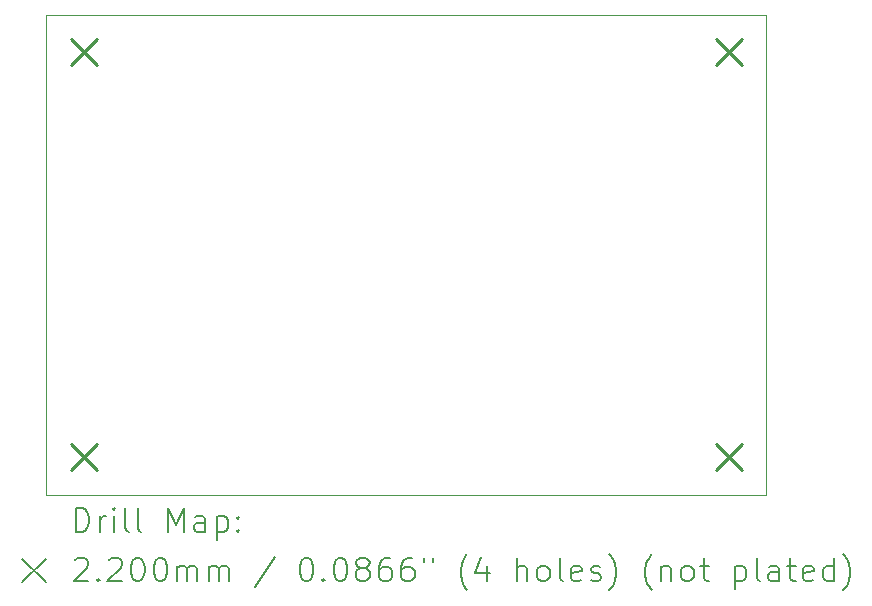
<source format=gbr>
%FSLAX45Y45*%
G04 Gerber Fmt 4.5, Leading zero omitted, Abs format (unit mm)*
G04 Created by KiCad (PCBNEW (6.0.6)) date 2023-05-14 15:30:51*
%MOMM*%
%LPD*%
G01*
G04 APERTURE LIST*
%TA.AperFunction,Profile*%
%ADD10C,0.100000*%
%TD*%
%ADD11C,0.200000*%
%ADD12C,0.220000*%
G04 APERTURE END LIST*
D10*
X10541000Y-6604000D02*
X16637000Y-6604000D01*
X16637000Y-6604000D02*
X16637000Y-10668000D01*
X16637000Y-10668000D02*
X10541000Y-10668000D01*
X10541000Y-10668000D02*
X10541000Y-6604000D01*
D11*
D12*
X10748500Y-6811500D02*
X10968500Y-7031500D01*
X10968500Y-6811500D02*
X10748500Y-7031500D01*
X10748500Y-10240500D02*
X10968500Y-10460500D01*
X10968500Y-10240500D02*
X10748500Y-10460500D01*
X16209500Y-6811500D02*
X16429500Y-7031500D01*
X16429500Y-6811500D02*
X16209500Y-7031500D01*
X16209500Y-10240500D02*
X16429500Y-10460500D01*
X16429500Y-10240500D02*
X16209500Y-10460500D01*
D11*
X10793619Y-10983476D02*
X10793619Y-10783476D01*
X10841238Y-10783476D01*
X10869810Y-10793000D01*
X10888857Y-10812048D01*
X10898381Y-10831095D01*
X10907905Y-10869190D01*
X10907905Y-10897762D01*
X10898381Y-10935857D01*
X10888857Y-10954905D01*
X10869810Y-10973952D01*
X10841238Y-10983476D01*
X10793619Y-10983476D01*
X10993619Y-10983476D02*
X10993619Y-10850143D01*
X10993619Y-10888238D02*
X11003143Y-10869190D01*
X11012667Y-10859667D01*
X11031714Y-10850143D01*
X11050762Y-10850143D01*
X11117429Y-10983476D02*
X11117429Y-10850143D01*
X11117429Y-10783476D02*
X11107905Y-10793000D01*
X11117429Y-10802524D01*
X11126952Y-10793000D01*
X11117429Y-10783476D01*
X11117429Y-10802524D01*
X11241238Y-10983476D02*
X11222190Y-10973952D01*
X11212667Y-10954905D01*
X11212667Y-10783476D01*
X11346000Y-10983476D02*
X11326952Y-10973952D01*
X11317428Y-10954905D01*
X11317428Y-10783476D01*
X11574571Y-10983476D02*
X11574571Y-10783476D01*
X11641238Y-10926333D01*
X11707905Y-10783476D01*
X11707905Y-10983476D01*
X11888857Y-10983476D02*
X11888857Y-10878714D01*
X11879333Y-10859667D01*
X11860286Y-10850143D01*
X11822190Y-10850143D01*
X11803143Y-10859667D01*
X11888857Y-10973952D02*
X11869809Y-10983476D01*
X11822190Y-10983476D01*
X11803143Y-10973952D01*
X11793619Y-10954905D01*
X11793619Y-10935857D01*
X11803143Y-10916810D01*
X11822190Y-10907286D01*
X11869809Y-10907286D01*
X11888857Y-10897762D01*
X11984095Y-10850143D02*
X11984095Y-11050143D01*
X11984095Y-10859667D02*
X12003143Y-10850143D01*
X12041238Y-10850143D01*
X12060286Y-10859667D01*
X12069809Y-10869190D01*
X12079333Y-10888238D01*
X12079333Y-10945381D01*
X12069809Y-10964429D01*
X12060286Y-10973952D01*
X12041238Y-10983476D01*
X12003143Y-10983476D01*
X11984095Y-10973952D01*
X12165048Y-10964429D02*
X12174571Y-10973952D01*
X12165048Y-10983476D01*
X12155524Y-10973952D01*
X12165048Y-10964429D01*
X12165048Y-10983476D01*
X12165048Y-10859667D02*
X12174571Y-10869190D01*
X12165048Y-10878714D01*
X12155524Y-10869190D01*
X12165048Y-10859667D01*
X12165048Y-10878714D01*
X10336000Y-11213000D02*
X10536000Y-11413000D01*
X10536000Y-11213000D02*
X10336000Y-11413000D01*
X10784095Y-11222524D02*
X10793619Y-11213000D01*
X10812667Y-11203476D01*
X10860286Y-11203476D01*
X10879333Y-11213000D01*
X10888857Y-11222524D01*
X10898381Y-11241571D01*
X10898381Y-11260619D01*
X10888857Y-11289190D01*
X10774571Y-11403476D01*
X10898381Y-11403476D01*
X10984095Y-11384428D02*
X10993619Y-11393952D01*
X10984095Y-11403476D01*
X10974571Y-11393952D01*
X10984095Y-11384428D01*
X10984095Y-11403476D01*
X11069810Y-11222524D02*
X11079333Y-11213000D01*
X11098381Y-11203476D01*
X11146000Y-11203476D01*
X11165048Y-11213000D01*
X11174571Y-11222524D01*
X11184095Y-11241571D01*
X11184095Y-11260619D01*
X11174571Y-11289190D01*
X11060286Y-11403476D01*
X11184095Y-11403476D01*
X11307905Y-11203476D02*
X11326952Y-11203476D01*
X11346000Y-11213000D01*
X11355524Y-11222524D01*
X11365048Y-11241571D01*
X11374571Y-11279667D01*
X11374571Y-11327286D01*
X11365048Y-11365381D01*
X11355524Y-11384428D01*
X11346000Y-11393952D01*
X11326952Y-11403476D01*
X11307905Y-11403476D01*
X11288857Y-11393952D01*
X11279333Y-11384428D01*
X11269809Y-11365381D01*
X11260286Y-11327286D01*
X11260286Y-11279667D01*
X11269809Y-11241571D01*
X11279333Y-11222524D01*
X11288857Y-11213000D01*
X11307905Y-11203476D01*
X11498381Y-11203476D02*
X11517428Y-11203476D01*
X11536476Y-11213000D01*
X11546000Y-11222524D01*
X11555524Y-11241571D01*
X11565048Y-11279667D01*
X11565048Y-11327286D01*
X11555524Y-11365381D01*
X11546000Y-11384428D01*
X11536476Y-11393952D01*
X11517428Y-11403476D01*
X11498381Y-11403476D01*
X11479333Y-11393952D01*
X11469809Y-11384428D01*
X11460286Y-11365381D01*
X11450762Y-11327286D01*
X11450762Y-11279667D01*
X11460286Y-11241571D01*
X11469809Y-11222524D01*
X11479333Y-11213000D01*
X11498381Y-11203476D01*
X11650762Y-11403476D02*
X11650762Y-11270143D01*
X11650762Y-11289190D02*
X11660286Y-11279667D01*
X11679333Y-11270143D01*
X11707905Y-11270143D01*
X11726952Y-11279667D01*
X11736476Y-11298714D01*
X11736476Y-11403476D01*
X11736476Y-11298714D02*
X11746000Y-11279667D01*
X11765048Y-11270143D01*
X11793619Y-11270143D01*
X11812667Y-11279667D01*
X11822190Y-11298714D01*
X11822190Y-11403476D01*
X11917428Y-11403476D02*
X11917428Y-11270143D01*
X11917428Y-11289190D02*
X11926952Y-11279667D01*
X11946000Y-11270143D01*
X11974571Y-11270143D01*
X11993619Y-11279667D01*
X12003143Y-11298714D01*
X12003143Y-11403476D01*
X12003143Y-11298714D02*
X12012667Y-11279667D01*
X12031714Y-11270143D01*
X12060286Y-11270143D01*
X12079333Y-11279667D01*
X12088857Y-11298714D01*
X12088857Y-11403476D01*
X12479333Y-11193952D02*
X12307905Y-11451095D01*
X12736476Y-11203476D02*
X12755524Y-11203476D01*
X12774571Y-11213000D01*
X12784095Y-11222524D01*
X12793619Y-11241571D01*
X12803143Y-11279667D01*
X12803143Y-11327286D01*
X12793619Y-11365381D01*
X12784095Y-11384428D01*
X12774571Y-11393952D01*
X12755524Y-11403476D01*
X12736476Y-11403476D01*
X12717428Y-11393952D01*
X12707905Y-11384428D01*
X12698381Y-11365381D01*
X12688857Y-11327286D01*
X12688857Y-11279667D01*
X12698381Y-11241571D01*
X12707905Y-11222524D01*
X12717428Y-11213000D01*
X12736476Y-11203476D01*
X12888857Y-11384428D02*
X12898381Y-11393952D01*
X12888857Y-11403476D01*
X12879333Y-11393952D01*
X12888857Y-11384428D01*
X12888857Y-11403476D01*
X13022190Y-11203476D02*
X13041238Y-11203476D01*
X13060286Y-11213000D01*
X13069809Y-11222524D01*
X13079333Y-11241571D01*
X13088857Y-11279667D01*
X13088857Y-11327286D01*
X13079333Y-11365381D01*
X13069809Y-11384428D01*
X13060286Y-11393952D01*
X13041238Y-11403476D01*
X13022190Y-11403476D01*
X13003143Y-11393952D01*
X12993619Y-11384428D01*
X12984095Y-11365381D01*
X12974571Y-11327286D01*
X12974571Y-11279667D01*
X12984095Y-11241571D01*
X12993619Y-11222524D01*
X13003143Y-11213000D01*
X13022190Y-11203476D01*
X13203143Y-11289190D02*
X13184095Y-11279667D01*
X13174571Y-11270143D01*
X13165048Y-11251095D01*
X13165048Y-11241571D01*
X13174571Y-11222524D01*
X13184095Y-11213000D01*
X13203143Y-11203476D01*
X13241238Y-11203476D01*
X13260286Y-11213000D01*
X13269809Y-11222524D01*
X13279333Y-11241571D01*
X13279333Y-11251095D01*
X13269809Y-11270143D01*
X13260286Y-11279667D01*
X13241238Y-11289190D01*
X13203143Y-11289190D01*
X13184095Y-11298714D01*
X13174571Y-11308238D01*
X13165048Y-11327286D01*
X13165048Y-11365381D01*
X13174571Y-11384428D01*
X13184095Y-11393952D01*
X13203143Y-11403476D01*
X13241238Y-11403476D01*
X13260286Y-11393952D01*
X13269809Y-11384428D01*
X13279333Y-11365381D01*
X13279333Y-11327286D01*
X13269809Y-11308238D01*
X13260286Y-11298714D01*
X13241238Y-11289190D01*
X13450762Y-11203476D02*
X13412667Y-11203476D01*
X13393619Y-11213000D01*
X13384095Y-11222524D01*
X13365048Y-11251095D01*
X13355524Y-11289190D01*
X13355524Y-11365381D01*
X13365048Y-11384428D01*
X13374571Y-11393952D01*
X13393619Y-11403476D01*
X13431714Y-11403476D01*
X13450762Y-11393952D01*
X13460286Y-11384428D01*
X13469809Y-11365381D01*
X13469809Y-11317762D01*
X13460286Y-11298714D01*
X13450762Y-11289190D01*
X13431714Y-11279667D01*
X13393619Y-11279667D01*
X13374571Y-11289190D01*
X13365048Y-11298714D01*
X13355524Y-11317762D01*
X13641238Y-11203476D02*
X13603143Y-11203476D01*
X13584095Y-11213000D01*
X13574571Y-11222524D01*
X13555524Y-11251095D01*
X13546000Y-11289190D01*
X13546000Y-11365381D01*
X13555524Y-11384428D01*
X13565048Y-11393952D01*
X13584095Y-11403476D01*
X13622190Y-11403476D01*
X13641238Y-11393952D01*
X13650762Y-11384428D01*
X13660286Y-11365381D01*
X13660286Y-11317762D01*
X13650762Y-11298714D01*
X13641238Y-11289190D01*
X13622190Y-11279667D01*
X13584095Y-11279667D01*
X13565048Y-11289190D01*
X13555524Y-11298714D01*
X13546000Y-11317762D01*
X13736476Y-11203476D02*
X13736476Y-11241571D01*
X13812667Y-11203476D02*
X13812667Y-11241571D01*
X14107905Y-11479667D02*
X14098381Y-11470143D01*
X14079333Y-11441571D01*
X14069809Y-11422524D01*
X14060286Y-11393952D01*
X14050762Y-11346333D01*
X14050762Y-11308238D01*
X14060286Y-11260619D01*
X14069809Y-11232048D01*
X14079333Y-11213000D01*
X14098381Y-11184429D01*
X14107905Y-11174905D01*
X14269809Y-11270143D02*
X14269809Y-11403476D01*
X14222190Y-11193952D02*
X14174571Y-11336809D01*
X14298381Y-11336809D01*
X14526952Y-11403476D02*
X14526952Y-11203476D01*
X14612667Y-11403476D02*
X14612667Y-11298714D01*
X14603143Y-11279667D01*
X14584095Y-11270143D01*
X14555524Y-11270143D01*
X14536476Y-11279667D01*
X14526952Y-11289190D01*
X14736476Y-11403476D02*
X14717428Y-11393952D01*
X14707905Y-11384428D01*
X14698381Y-11365381D01*
X14698381Y-11308238D01*
X14707905Y-11289190D01*
X14717428Y-11279667D01*
X14736476Y-11270143D01*
X14765048Y-11270143D01*
X14784095Y-11279667D01*
X14793619Y-11289190D01*
X14803143Y-11308238D01*
X14803143Y-11365381D01*
X14793619Y-11384428D01*
X14784095Y-11393952D01*
X14765048Y-11403476D01*
X14736476Y-11403476D01*
X14917428Y-11403476D02*
X14898381Y-11393952D01*
X14888857Y-11374905D01*
X14888857Y-11203476D01*
X15069809Y-11393952D02*
X15050762Y-11403476D01*
X15012667Y-11403476D01*
X14993619Y-11393952D01*
X14984095Y-11374905D01*
X14984095Y-11298714D01*
X14993619Y-11279667D01*
X15012667Y-11270143D01*
X15050762Y-11270143D01*
X15069809Y-11279667D01*
X15079333Y-11298714D01*
X15079333Y-11317762D01*
X14984095Y-11336809D01*
X15155524Y-11393952D02*
X15174571Y-11403476D01*
X15212667Y-11403476D01*
X15231714Y-11393952D01*
X15241238Y-11374905D01*
X15241238Y-11365381D01*
X15231714Y-11346333D01*
X15212667Y-11336809D01*
X15184095Y-11336809D01*
X15165048Y-11327286D01*
X15155524Y-11308238D01*
X15155524Y-11298714D01*
X15165048Y-11279667D01*
X15184095Y-11270143D01*
X15212667Y-11270143D01*
X15231714Y-11279667D01*
X15307905Y-11479667D02*
X15317428Y-11470143D01*
X15336476Y-11441571D01*
X15346000Y-11422524D01*
X15355524Y-11393952D01*
X15365048Y-11346333D01*
X15365048Y-11308238D01*
X15355524Y-11260619D01*
X15346000Y-11232048D01*
X15336476Y-11213000D01*
X15317428Y-11184429D01*
X15307905Y-11174905D01*
X15669809Y-11479667D02*
X15660286Y-11470143D01*
X15641238Y-11441571D01*
X15631714Y-11422524D01*
X15622190Y-11393952D01*
X15612667Y-11346333D01*
X15612667Y-11308238D01*
X15622190Y-11260619D01*
X15631714Y-11232048D01*
X15641238Y-11213000D01*
X15660286Y-11184429D01*
X15669809Y-11174905D01*
X15746000Y-11270143D02*
X15746000Y-11403476D01*
X15746000Y-11289190D02*
X15755524Y-11279667D01*
X15774571Y-11270143D01*
X15803143Y-11270143D01*
X15822190Y-11279667D01*
X15831714Y-11298714D01*
X15831714Y-11403476D01*
X15955524Y-11403476D02*
X15936476Y-11393952D01*
X15926952Y-11384428D01*
X15917428Y-11365381D01*
X15917428Y-11308238D01*
X15926952Y-11289190D01*
X15936476Y-11279667D01*
X15955524Y-11270143D01*
X15984095Y-11270143D01*
X16003143Y-11279667D01*
X16012667Y-11289190D01*
X16022190Y-11308238D01*
X16022190Y-11365381D01*
X16012667Y-11384428D01*
X16003143Y-11393952D01*
X15984095Y-11403476D01*
X15955524Y-11403476D01*
X16079333Y-11270143D02*
X16155524Y-11270143D01*
X16107905Y-11203476D02*
X16107905Y-11374905D01*
X16117428Y-11393952D01*
X16136476Y-11403476D01*
X16155524Y-11403476D01*
X16374571Y-11270143D02*
X16374571Y-11470143D01*
X16374571Y-11279667D02*
X16393619Y-11270143D01*
X16431714Y-11270143D01*
X16450762Y-11279667D01*
X16460286Y-11289190D01*
X16469809Y-11308238D01*
X16469809Y-11365381D01*
X16460286Y-11384428D01*
X16450762Y-11393952D01*
X16431714Y-11403476D01*
X16393619Y-11403476D01*
X16374571Y-11393952D01*
X16584095Y-11403476D02*
X16565048Y-11393952D01*
X16555524Y-11374905D01*
X16555524Y-11203476D01*
X16746000Y-11403476D02*
X16746000Y-11298714D01*
X16736476Y-11279667D01*
X16717428Y-11270143D01*
X16679333Y-11270143D01*
X16660286Y-11279667D01*
X16746000Y-11393952D02*
X16726952Y-11403476D01*
X16679333Y-11403476D01*
X16660286Y-11393952D01*
X16650762Y-11374905D01*
X16650762Y-11355857D01*
X16660286Y-11336809D01*
X16679333Y-11327286D01*
X16726952Y-11327286D01*
X16746000Y-11317762D01*
X16812667Y-11270143D02*
X16888857Y-11270143D01*
X16841238Y-11203476D02*
X16841238Y-11374905D01*
X16850762Y-11393952D01*
X16869810Y-11403476D01*
X16888857Y-11403476D01*
X17031714Y-11393952D02*
X17012667Y-11403476D01*
X16974571Y-11403476D01*
X16955524Y-11393952D01*
X16946000Y-11374905D01*
X16946000Y-11298714D01*
X16955524Y-11279667D01*
X16974571Y-11270143D01*
X17012667Y-11270143D01*
X17031714Y-11279667D01*
X17041238Y-11298714D01*
X17041238Y-11317762D01*
X16946000Y-11336809D01*
X17212667Y-11403476D02*
X17212667Y-11203476D01*
X17212667Y-11393952D02*
X17193619Y-11403476D01*
X17155524Y-11403476D01*
X17136476Y-11393952D01*
X17126952Y-11384428D01*
X17117429Y-11365381D01*
X17117429Y-11308238D01*
X17126952Y-11289190D01*
X17136476Y-11279667D01*
X17155524Y-11270143D01*
X17193619Y-11270143D01*
X17212667Y-11279667D01*
X17288857Y-11479667D02*
X17298381Y-11470143D01*
X17317429Y-11441571D01*
X17326952Y-11422524D01*
X17336476Y-11393952D01*
X17346000Y-11346333D01*
X17346000Y-11308238D01*
X17336476Y-11260619D01*
X17326952Y-11232048D01*
X17317429Y-11213000D01*
X17298381Y-11184429D01*
X17288857Y-11174905D01*
M02*

</source>
